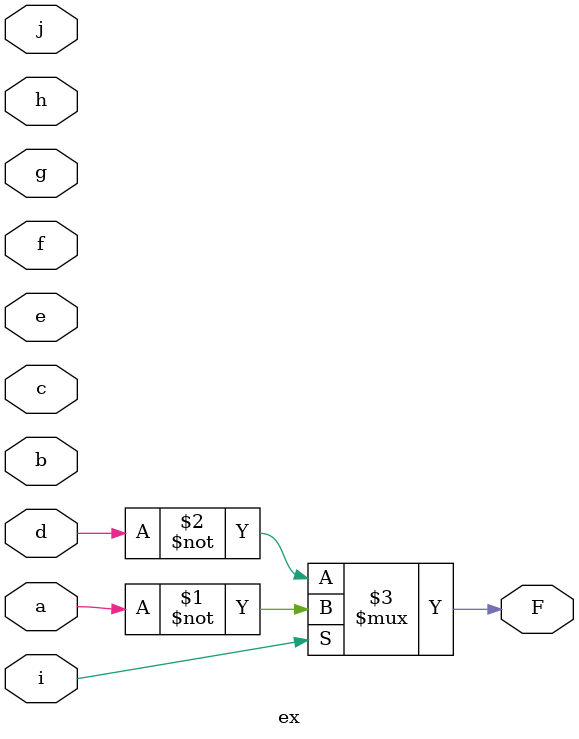
<source format=v>

module ex ( 
    a, b, c, d, e, f, g, h, i, j,
    F  );
  input  a, b, c, d, e, f, g, h, i, j;
  output F;
  assign F = i ? ~a : ~d;
endmodule



</source>
